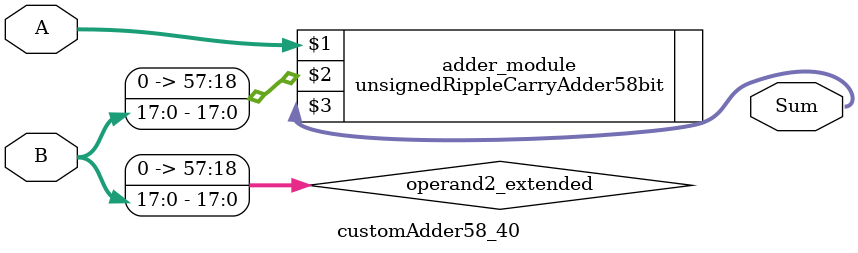
<source format=v>
module customAdder58_40(
                        input [57 : 0] A,
                        input [17 : 0] B,
                        
                        output [58 : 0] Sum
                );

        wire [57 : 0] operand2_extended;
        
        assign operand2_extended =  {40'b0, B};
        
        unsignedRippleCarryAdder58bit adder_module(
            A,
            operand2_extended,
            Sum
        );
        
        endmodule
        
</source>
